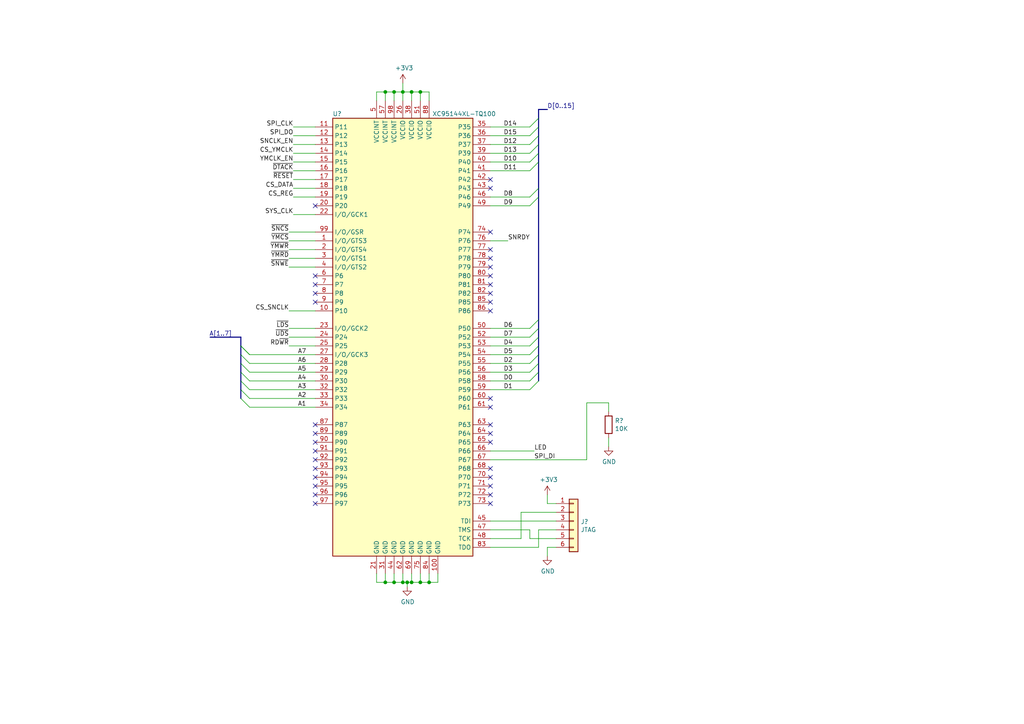
<source format=kicad_sch>
(kicad_sch (version 20230121) (generator eeschema)
  (paper "A4")
  (lib_symbols
    (symbol "CPLD_Xilinx:XC95144XL-TQ100"
      (property "Reference" "U" (at -20.32 64.77 0))
      (property "Value" "XC95144XL-TQ100" (at -20.32 -64.77 0))
      (symbol "XC95144XL-TQ100_1_1"
        (rectangle (start -20.32 63.5) (end 20.32 -63.5) (stroke (width 0.254)) (fill (type background)))
        (pin bidirectional line (at -25.4 27.94 0) (length 5.08) (name "I/O/GTS3") (number "1"))
        (pin bidirectional line (at -25.4 7.62 0) (length 5.08) (name "P10") (number "10"))
        (pin power_in line (at 10.16 -68.58 90) (length 5.08) (name "GND") (number "100"))
        (pin bidirectional line (at -25.4 60.96 0) (length 5.08) (name "P11") (number "11"))
        (pin bidirectional line (at -25.4 58.42 0) (length 5.08) (name "P12") (number "12"))
        (pin bidirectional line (at -25.4 55.88 0) (length 5.08) (name "P13") (number "13"))
        (pin bidirectional line (at -25.4 53.34 0) (length 5.08) (name "P14") (number "14"))
        (pin bidirectional line (at -25.4 50.8 0) (length 5.08) (name "P15") (number "15"))
        (pin bidirectional line (at -25.4 48.26 0) (length 5.08) (name "P16") (number "16"))
        (pin bidirectional line (at -25.4 45.72 0) (length 5.08) (name "P17") (number "17"))
        (pin bidirectional line (at -25.4 43.18 0) (length 5.08) (name "P18") (number "18"))
        (pin bidirectional line (at -25.4 40.64 0) (length 5.08) (name "P19") (number "19"))
        (pin bidirectional line (at -25.4 25.4 0) (length 5.08) (name "I/O/GTS4") (number "2"))
        (pin bidirectional line (at -25.4 38.1 0) (length 5.08) (name "P20") (number "20"))
        (pin power_in line (at -7.62 -68.58 90) (length 5.08) (name "GND") (number "21"))
        (pin bidirectional line (at -25.4 35.56 0) (length 5.08) (name "I/O/GCK1") (number "22"))
        (pin bidirectional line (at -25.4 2.54 0) (length 5.08) (name "I/O/GCK2") (number "23"))
        (pin bidirectional line (at -25.4 0 0) (length 5.08) (name "P24") (number "24"))
        (pin bidirectional line (at -25.4 -2.54 0) (length 5.08) (name "P25") (number "25"))
        (pin power_in line (at 0 68.58 270) (length 5.08) (name "VCCIO") (number "26"))
        (pin bidirectional line (at -25.4 -5.08 0) (length 5.08) (name "I/O/GCK3") (number "27"))
        (pin bidirectional line (at -25.4 -7.62 0) (length 5.08) (name "P28") (number "28"))
        (pin bidirectional line (at -25.4 -10.16 0) (length 5.08) (name "P29") (number "29"))
        (pin bidirectional line (at -25.4 22.86 0) (length 5.08) (name "I/O/GTS1") (number "3"))
        (pin bidirectional line (at -25.4 -12.7 0) (length 5.08) (name "P30") (number "30"))
        (pin power_in line (at -5.08 -68.58 90) (length 5.08) (name "GND") (number "31"))
        (pin bidirectional line (at -25.4 -15.24 0) (length 5.08) (name "P32") (number "32"))
        (pin bidirectional line (at -25.4 -17.78 0) (length 5.08) (name "P33") (number "33"))
        (pin bidirectional line (at -25.4 -20.32 0) (length 5.08) (name "P34") (number "34"))
        (pin bidirectional line (at 25.4 60.96 180) (length 5.08) (name "P35") (number "35"))
        (pin bidirectional line (at 25.4 58.42 180) (length 5.08) (name "P36") (number "36"))
        (pin bidirectional line (at 25.4 55.88 180) (length 5.08) (name "P37") (number "37"))
        (pin power_in line (at 2.54 68.58 270) (length 5.08) (name "VCCIO") (number "38"))
        (pin bidirectional line (at 25.4 53.34 180) (length 5.08) (name "P39") (number "39"))
        (pin bidirectional line (at -25.4 20.32 0) (length 5.08) (name "I/O/GTS2") (number "4"))
        (pin bidirectional line (at 25.4 50.8 180) (length 5.08) (name "P40") (number "40"))
        (pin bidirectional line (at 25.4 48.26 180) (length 5.08) (name "P41") (number "41"))
        (pin bidirectional line (at 25.4 45.72 180) (length 5.08) (name "P42") (number "42"))
        (pin bidirectional line (at 25.4 43.18 180) (length 5.08) (name "P43") (number "43"))
        (pin power_in line (at -2.54 -68.58 90) (length 5.08) (name "GND") (number "44"))
        (pin input line (at 25.4 -53.34 180) (length 5.08) (name "TDI") (number "45"))
        (pin bidirectional line (at 25.4 40.64 180) (length 5.08) (name "P46") (number "46"))
        (pin input line (at 25.4 -55.88 180) (length 5.08) (name "TMS") (number "47"))
        (pin input line (at 25.4 -58.42 180) (length 5.08) (name "TCK") (number "48"))
        (pin bidirectional line (at 25.4 38.1 180) (length 5.08) (name "P49") (number "49"))
        (pin power_in line (at -7.62 68.58 270) (length 5.08) (name "VCCINT") (number "5"))
        (pin bidirectional line (at 25.4 2.54 180) (length 5.08) (name "P50") (number "50"))
        (pin power_in line (at 5.08 68.58 270) (length 5.08) (name "VCCIO") (number "51"))
        (pin bidirectional line (at 25.4 0 180) (length 5.08) (name "P52") (number "52"))
        (pin bidirectional line (at 25.4 -2.54 180) (length 5.08) (name "P53") (number "53"))
        (pin bidirectional line (at 25.4 -5.08 180) (length 5.08) (name "P54") (number "54"))
        (pin bidirectional line (at 25.4 -7.62 180) (length 5.08) (name "P55") (number "55"))
        (pin bidirectional line (at 25.4 -10.16 180) (length 5.08) (name "P56") (number "56"))
        (pin power_in line (at -5.08 68.58 270) (length 5.08) (name "VCCINT") (number "57"))
        (pin bidirectional line (at 25.4 -12.7 180) (length 5.08) (name "P58") (number "58"))
        (pin bidirectional line (at 25.4 -15.24 180) (length 5.08) (name "P59") (number "59"))
        (pin bidirectional line (at -25.4 17.78 0) (length 5.08) (name "P6") (number "6"))
        (pin bidirectional line (at 25.4 -17.78 180) (length 5.08) (name "P60") (number "60"))
        (pin bidirectional line (at 25.4 -20.32 180) (length 5.08) (name "P61") (number "61"))
        (pin power_in line (at 0 -68.58 90) (length 5.08) (name "GND") (number "62"))
        (pin bidirectional line (at 25.4 -25.4 180) (length 5.08) (name "P63") (number "63"))
        (pin bidirectional line (at 25.4 -27.94 180) (length 5.08) (name "P64") (number "64"))
        (pin bidirectional line (at 25.4 -30.48 180) (length 5.08) (name "P65") (number "65"))
        (pin bidirectional line (at 25.4 -33.02 180) (length 5.08) (name "P66") (number "66"))
        (pin bidirectional line (at 25.4 -35.56 180) (length 5.08) (name "P67") (number "67"))
        (pin bidirectional line (at 25.4 -38.1 180) (length 5.08) (name "P68") (number "68"))
        (pin power_in line (at 2.54 -68.58 90) (length 5.08) (name "GND") (number "69"))
        (pin bidirectional line (at -25.4 15.24 0) (length 5.08) (name "P7") (number "7"))
        (pin bidirectional line (at 25.4 -40.64 180) (length 5.08) (name "P70") (number "70"))
        (pin bidirectional line (at 25.4 -43.18 180) (length 5.08) (name "P71") (number "71"))
        (pin bidirectional line (at 25.4 -45.72 180) (length 5.08) (name "P72") (number "72"))
        (pin bidirectional line (at 25.4 -48.26 180) (length 5.08) (name "P73") (number "73"))
        (pin bidirectional line (at 25.4 30.48 180) (length 5.08) (name "P74") (number "74"))
        (pin power_in line (at 5.08 -68.58 90) (length 5.08) (name "GND") (number "75"))
        (pin bidirectional line (at 25.4 27.94 180) (length 5.08) (name "P76") (number "76"))
        (pin bidirectional line (at 25.4 25.4 180) (length 5.08) (name "P77") (number "77"))
        (pin bidirectional line (at 25.4 22.86 180) (length 5.08) (name "P78") (number "78"))
        (pin bidirectional line (at 25.4 20.32 180) (length 5.08) (name "P79") (number "79"))
        (pin bidirectional line (at -25.4 12.7 0) (length 5.08) (name "P8") (number "8"))
        (pin bidirectional line (at 25.4 17.78 180) (length 5.08) (name "P80") (number "80"))
        (pin bidirectional line (at 25.4 15.24 180) (length 5.08) (name "P81") (number "81"))
        (pin bidirectional line (at 25.4 12.7 180) (length 5.08) (name "P82") (number "82"))
        (pin output line (at 25.4 -60.96 180) (length 5.08) (name "TDO") (number "83"))
        (pin power_in line (at 7.62 -68.58 90) (length 5.08) (name "GND") (number "84"))
        (pin bidirectional line (at 25.4 10.16 180) (length 5.08) (name "P85") (number "85"))
        (pin bidirectional line (at 25.4 7.62 180) (length 5.08) (name "P86") (number "86"))
        (pin bidirectional line (at -25.4 -25.4 0) (length 5.08) (name "P87") (number "87"))
        (pin power_in line (at 7.62 68.58 270) (length 5.08) (name "VCCIO") (number "88"))
        (pin bidirectional line (at -25.4 -27.94 0) (length 5.08) (name "P89") (number "89"))
        (pin bidirectional line (at -25.4 10.16 0) (length 5.08) (name "P9") (number "9"))
        (pin bidirectional line (at -25.4 -30.48 0) (length 5.08) (name "P90") (number "90"))
        (pin bidirectional line (at -25.4 -33.02 0) (length 5.08) (name "P91") (number "91"))
        (pin bidirectional line (at -25.4 -35.56 0) (length 5.08) (name "P92") (number "92"))
        (pin bidirectional line (at -25.4 -38.1 0) (length 5.08) (name "P93") (number "93"))
        (pin bidirectional line (at -25.4 -40.64 0) (length 5.08) (name "P94") (number "94"))
        (pin bidirectional line (at -25.4 -43.18 0) (length 5.08) (name "P95") (number "95"))
        (pin bidirectional line (at -25.4 -45.72 0) (length 5.08) (name "P96") (number "96"))
        (pin bidirectional line (at -25.4 -48.26 0) (length 5.08) (name "P97") (number "97"))
        (pin power_in line (at -2.54 68.58 270) (length 5.08) (name "VCCINT") (number "98"))
        (pin bidirectional line (at -25.4 30.48 0) (length 5.08) (name "I/O/GSR") (number "99"))
      )
    )
    (symbol "Connector_Generic:Conn_01x06" (pin_names (offset 1.016) hide)
      (property "Reference" "J" (at 0 7.62 0))
      (property "Value" "Conn_01x06" (at 0 -10.16 0))
      (symbol "Conn_01x06_1_1"
        (rectangle (start -1.27 -7.493) (end 0 -7.747) (stroke (width 0.1524)))
        (rectangle (start -1.27 -4.953) (end 0 -5.207) (stroke (width 0.1524)))
        (rectangle (start -1.27 -2.413) (end 0 -2.667) (stroke (width 0.1524)))
        (rectangle (start -1.27 0.127) (end 0 -0.127) (stroke (width 0.1524)))
        (rectangle (start -1.27 2.667) (end 0 2.413) (stroke (width 0.1524)))
        (rectangle (start -1.27 5.207) (end 0 4.953) (stroke (width 0.1524)))
        (rectangle (start -1.27 6.35) (end 1.27 -8.89) (stroke (width 0.254)) (fill (type background)))
        (pin passive line (at -5.08 5.08 0) (length 3.81) (name "Pin_1") (number "1"))
        (pin passive line (at -5.08 2.54 0) (length 3.81) (name "Pin_2") (number "2"))
        (pin passive line (at -5.08 0 0) (length 3.81) (name "Pin_3") (number "3"))
        (pin passive line (at -5.08 -2.54 0) (length 3.81) (name "Pin_4") (number "4"))
        (pin passive line (at -5.08 -5.08 0) (length 3.81) (name "Pin_5") (number "5"))
        (pin passive line (at -5.08 -7.62 0) (length 3.81) (name "Pin_6") (number "6"))
      )
    )
    (symbol "Device:R" (pin_numbers hide) (pin_names (offset 0))
      (property "Reference" "R" (at 2.032 0 90))
      (property "Value" "R" (at 0 0 90))
      (symbol "R_0_1"
        (rectangle (start -1.016 -2.54) (end 1.016 2.54) (stroke (width 0.254)))
      )
      (symbol "R_1_1"
        (pin passive line (at 0 3.81 270) (length 1.27) (name "~") (number "1"))
        (pin passive line (at 0 -3.81 90) (length 1.27) (name "~") (number "2"))
      )
    )
    (symbol "power:+3V3" (power) (pin_names (offset 0))
      (property "Value" "+3V3" (at 0 3.556 0))
      (symbol "+3V3_0_1"
        (polyline (pts (xy -0.762 1.27) (xy 0 2.54)))
        (polyline (pts (xy 0 0) (xy 0 2.54)))
        (polyline (pts (xy 0 2.54) (xy 0.762 1.27)))
      )
      (symbol "+3V3_1_1"
        (pin power_in line (at 0 0 90) (length 0) hide (name "+3V3") (number "1"))
      )
    )
    (symbol "power:GND" (power) (pin_names (offset 0))
      (property "Value" "GND" (at 0 -3.81 0))
      (symbol "GND_0_1"
        (polyline (pts (xy 0 0) (xy 0 -1.27) (xy 1.27 -1.27) (xy 0 -2.54) (xy -1.27 -1.27) (xy 0 -1.27)))
      )
      (symbol "GND_1_1"
        (pin power_in line (at 0 0 270) (length 0) hide (name "GND") (number "1"))
      )
    )
  )
  (junction (at 116.84 168.91))
  (junction (at 121.92 26.67))
  (junction (at 114.3 26.67))
  (junction (at 111.76 168.91))
  (junction (at 111.76 26.67))
  (junction (at 124.46 168.91))
  (junction (at 116.84 26.67))
  (junction (at 119.38 168.91))
  (junction (at 118.11 168.91))
  (junction (at 121.92 168.91))
  (junction (at 114.3 168.91))
  (junction (at 119.38 26.67))
  (no_connect (at 91.44 87.63))
  (no_connect (at 142.24 67.31))
  (no_connect (at 142.24 80.01))
  (no_connect (at 91.44 146.05))
  (no_connect (at 91.44 138.43))
  (no_connect (at 91.44 125.73))
  (no_connect (at 91.44 143.51))
  (no_connect (at 91.44 82.55))
  (no_connect (at 91.44 123.19))
  (no_connect (at 142.24 143.51))
  (no_connect (at 142.24 72.39))
  (no_connect (at 142.24 87.63))
  (no_connect (at 142.24 115.57))
  (no_connect (at 142.24 82.55))
  (no_connect (at 91.44 130.81))
  (no_connect (at 142.24 90.17))
  (no_connect (at 142.24 125.73))
  (no_connect (at 142.24 135.89))
  (no_connect (at 142.24 128.27))
  (no_connect (at 142.24 118.11))
  (no_connect (at 91.44 135.89))
  (no_connect (at 142.24 138.43))
  (no_connect (at 142.24 123.19))
  (no_connect (at 91.44 128.27))
  (no_connect (at 91.44 80.01))
  (no_connect (at 142.24 77.47))
  (no_connect (at 91.44 133.35))
  (no_connect (at 142.24 74.93))
  (no_connect (at 91.44 59.69))
  (no_connect (at 142.24 85.09))
  (no_connect (at 91.44 140.97))
  (no_connect (at 142.24 140.97))
  (no_connect (at 142.24 146.05))
  (no_connect (at 91.44 85.09))
  (no_connect (at 142.24 54.61))
  (no_connect (at 142.24 52.07))
  (bus_entry (at 69.85 102.87) (size 2.54 2.54))
  (bus_entry (at 156.21 107.95) (size -2.54 2.54))
  (bus_entry (at 156.21 57.15) (size -2.54 2.54))
  (bus_entry (at 156.21 44.45) (size -2.54 2.54))
  (bus_entry (at 156.21 39.37) (size -2.54 2.54))
  (bus_entry (at 156.21 46.99) (size -2.54 2.54))
  (bus_entry (at 156.21 100.33) (size -2.54 2.54))
  (bus_entry (at 156.21 105.41) (size -2.54 2.54))
  (bus_entry (at 156.21 92.71) (size -2.54 2.54))
  (bus_entry (at 69.85 100.33) (size 2.54 2.54))
  (bus_entry (at 156.21 34.29) (size -2.54 2.54))
  (bus_entry (at 69.85 115.57) (size 2.54 2.54))
  (bus_entry (at 156.21 102.87) (size -2.54 2.54))
  (bus_entry (at 156.21 54.61) (size -2.54 2.54))
  (bus_entry (at 69.85 107.95) (size 2.54 2.54))
  (bus_entry (at 69.85 113.03) (size 2.54 2.54))
  (bus_entry (at 156.21 97.79) (size -2.54 2.54))
  (bus_entry (at 69.85 100.33) (size 2.54 2.54))
  (bus_entry (at 69.85 110.49) (size 2.54 2.54))
  (bus_entry (at 156.21 95.25) (size -2.54 2.54))
  (bus_entry (at 156.21 41.91) (size -2.54 2.54))
  (bus_entry (at 69.85 105.41) (size 2.54 2.54))
  (bus_entry (at 156.21 110.49) (size -2.54 2.54))
  (bus_entry (at 156.21 36.83) (size -2.54 2.54))
  (wire (pts (xy 142.24 46.99) (xy 153.67 46.99)))
  (wire (pts (xy 91.44 95.25) (xy 83.82 95.25)))
  (wire (pts (xy 142.24 49.53) (xy 153.67 49.53)))
  (wire (pts (xy 124.46 166.37) (xy 124.46 168.91)))
  (wire (pts (xy 151.13 156.21) (xy 142.24 156.21)))
  (wire (pts (xy 114.3 26.67) (xy 111.76 26.67)))
  (wire (pts (xy 116.84 166.37) (xy 116.84 168.91)))
  (wire (pts (xy 158.75 146.05) (xy 161.29 146.05)))
  (wire (pts (xy 142.24 95.25) (xy 153.67 95.25)))
  (wire (pts (xy 109.22 166.37) (xy 109.22 168.91)))
  (bus (pts (xy 69.85 102.87) (xy 69.85 105.41)))
  (wire (pts (xy 109.22 26.67) (xy 109.22 29.21)))
  (wire (pts (xy 91.44 100.33) (xy 83.82 100.33)))
  (wire (pts (xy 176.53 119.38) (xy 176.53 116.84)))
  (wire (pts (xy 121.92 26.67) (xy 119.38 26.67)))
  (bus (pts (xy 156.21 105.41) (xy 156.21 107.95)))
  (wire (pts (xy 142.24 57.15) (xy 153.67 57.15)))
  (bus (pts (xy 156.21 100.33) (xy 156.21 102.87)))
  (wire (pts (xy 72.39 105.41) (xy 91.44 105.41)))
  (wire (pts (xy 170.18 116.84) (xy 176.53 116.84)))
  (wire (pts (xy 119.38 29.21) (xy 119.38 26.67)))
  (bus (pts (xy 156.21 95.25) (xy 156.21 97.79)))
  (wire (pts (xy 111.76 26.67) (xy 109.22 26.67)))
  (wire (pts (xy 114.3 168.91) (xy 116.84 168.91)))
  (wire (pts (xy 72.39 115.57) (xy 91.44 115.57)))
  (wire (pts (xy 142.24 153.67) (xy 153.67 153.67)))
  (wire (pts (xy 72.39 107.95) (xy 91.44 107.95)))
  (wire (pts (xy 176.53 129.54) (xy 176.53 127)))
  (wire (pts (xy 116.84 168.91) (xy 118.11 168.91)))
  (wire (pts (xy 142.24 110.49) (xy 153.67 110.49)))
  (wire (pts (xy 119.38 166.37) (xy 119.38 168.91)))
  (bus (pts (xy 156.21 36.83) (xy 156.21 39.37)))
  (bus (pts (xy 69.85 110.49) (xy 69.85 113.03)))
  (bus (pts (xy 158.75 31.75) (xy 156.21 31.75)))
  (bus (pts (xy 156.21 46.99) (xy 156.21 54.61)))
  (wire (pts (xy 156.21 158.75) (xy 156.21 153.67)))
  (wire (pts (xy 85.09 49.53) (xy 91.44 49.53)))
  (wire (pts (xy 91.44 62.23) (xy 85.09 62.23)))
  (wire (pts (xy 91.44 90.17) (xy 83.82 90.17)))
  (wire (pts (xy 121.92 29.21) (xy 121.92 26.67)))
  (wire (pts (xy 119.38 168.91) (xy 121.92 168.91)))
  (wire (pts (xy 170.18 133.35) (xy 170.18 116.84)))
  (wire (pts (xy 127 168.91) (xy 127 166.37)))
  (wire (pts (xy 142.24 39.37) (xy 153.67 39.37)))
  (wire (pts (xy 142.24 130.81) (xy 154.94 130.81)))
  (wire (pts (xy 142.24 97.79) (xy 153.67 97.79)))
  (bus (pts (xy 156.21 41.91) (xy 156.21 44.45)))
  (wire (pts (xy 91.44 36.83) (xy 85.09 36.83)))
  (bus (pts (xy 156.21 102.87) (xy 156.21 105.41)))
  (wire (pts (xy 111.76 168.91) (xy 114.3 168.91)))
  (bus (pts (xy 156.21 34.29) (xy 156.21 36.83)))
  (wire (pts (xy 91.44 67.31) (xy 83.82 67.31)))
  (wire (pts (xy 91.44 44.45) (xy 85.09 44.45)))
  (wire (pts (xy 111.76 29.21) (xy 111.76 26.67)))
  (wire (pts (xy 158.75 161.29) (xy 158.75 158.75)))
  (wire (pts (xy 85.09 52.07) (xy 91.44 52.07)))
  (bus (pts (xy 156.21 31.75) (xy 156.21 34.29)))
  (wire (pts (xy 91.44 77.47) (xy 83.82 77.47)))
  (bus (pts (xy 69.85 97.79) (xy 60.96 97.79)))
  (wire (pts (xy 153.67 153.67) (xy 153.67 156.21)))
  (wire (pts (xy 111.76 166.37) (xy 111.76 168.91)))
  (wire (pts (xy 142.24 105.41) (xy 153.67 105.41)))
  (bus (pts (xy 69.85 113.03) (xy 69.85 115.57)))
  (wire (pts (xy 85.09 46.99) (xy 91.44 46.99)))
  (wire (pts (xy 142.24 158.75) (xy 156.21 158.75)))
  (wire (pts (xy 142.24 133.35) (xy 170.18 133.35)))
  (wire (pts (xy 72.39 110.49) (xy 91.44 110.49)))
  (wire (pts (xy 116.84 24.13) (xy 116.84 26.67)))
  (wire (pts (xy 142.24 44.45) (xy 153.67 44.45)))
  (bus (pts (xy 156.21 57.15) (xy 156.21 92.71)))
  (wire (pts (xy 151.13 148.59) (xy 151.13 156.21)))
  (wire (pts (xy 142.24 113.03) (xy 153.67 113.03)))
  (wire (pts (xy 124.46 29.21) (xy 124.46 26.67)))
  (wire (pts (xy 142.24 41.91) (xy 153.67 41.91)))
  (wire (pts (xy 83.82 97.79) (xy 91.44 97.79)))
  (wire (pts (xy 91.44 72.39) (xy 83.82 72.39)))
  (bus (pts (xy 156.21 39.37) (xy 156.21 41.91)))
  (wire (pts (xy 91.44 54.61) (xy 85.09 54.61)))
  (wire (pts (xy 121.92 168.91) (xy 124.46 168.91)))
  (wire (pts (xy 158.75 158.75) (xy 161.29 158.75)))
  (bus (pts (xy 156.21 92.71) (xy 156.21 95.25)))
  (wire (pts (xy 116.84 29.21) (xy 116.84 26.67)))
  (bus (pts (xy 69.85 107.95) (xy 69.85 110.49)))
  (bus (pts (xy 69.85 100.33) (xy 69.85 102.87)))
  (wire (pts (xy 119.38 26.67) (xy 116.84 26.67)))
  (wire (pts (xy 109.22 168.91) (xy 111.76 168.91)))
  (wire (pts (xy 156.21 153.67) (xy 161.29 153.67)))
  (wire (pts (xy 72.39 118.11) (xy 91.44 118.11)))
  (bus (pts (xy 156.21 107.95) (xy 156.21 110.49)))
  (wire (pts (xy 153.67 156.21) (xy 161.29 156.21)))
  (wire (pts (xy 142.24 107.95) (xy 153.67 107.95)))
  (wire (pts (xy 142.24 59.69) (xy 153.67 59.69)))
  (bus (pts (xy 69.85 97.79) (xy 69.85 100.33)))
  (bus (pts (xy 156.21 54.61) (xy 156.21 57.15)))
  (bus (pts (xy 156.21 44.45) (xy 156.21 46.99)))
  (wire (pts (xy 158.75 143.51) (xy 158.75 146.05)))
  (wire (pts (xy 124.46 168.91) (xy 127 168.91)))
  (wire (pts (xy 72.39 113.03) (xy 91.44 113.03)))
  (wire (pts (xy 85.09 39.37) (xy 91.44 39.37)))
  (wire (pts (xy 124.46 26.67) (xy 121.92 26.67)))
  (bus (pts (xy 69.85 105.41) (xy 69.85 107.95)))
  (wire (pts (xy 142.24 151.13) (xy 161.29 151.13)))
  (wire (pts (xy 114.3 29.21) (xy 114.3 26.67)))
  (wire (pts (xy 116.84 26.67) (xy 114.3 26.67)))
  (wire (pts (xy 72.39 102.87) (xy 91.44 102.87)))
  (bus (pts (xy 156.21 97.79) (xy 156.21 100.33)))
  (wire (pts (xy 142.24 36.83) (xy 153.67 36.83)))
  (wire (pts (xy 85.09 57.15) (xy 91.44 57.15)))
  (wire (pts (xy 114.3 166.37) (xy 114.3 168.91)))
  (wire (pts (xy 142.24 100.33) (xy 153.67 100.33)))
  (wire (pts (xy 151.13 148.59) (xy 161.29 148.59)))
  (wire (pts (xy 121.92 166.37) (xy 121.92 168.91)))
  (wire (pts (xy 118.11 168.91) (xy 119.38 168.91)))
  (wire (pts (xy 91.44 69.85) (xy 83.82 69.85)))
  (wire (pts (xy 91.44 41.91) (xy 85.09 41.91)))
  (wire (pts (xy 118.11 170.18) (xy 118.11 168.91)))
  (wire (pts (xy 91.44 74.93) (xy 83.82 74.93)))
  (wire (pts (xy 147.32 69.85) (xy 142.24 69.85)))
  (wire (pts (xy 142.24 102.87) (xy 153.67 102.87)))
  (label "D2" (at 146.05 105.41 0))
  (label "D6" (at 146.05 95.25 0))
  (label "SNRDY" (at 147.32 69.85 0))
  (label "~{RESET}" (at 85.09 52.07 180))
  (label "SNCLK_EN" (at 85.09 41.91 180))
  (label "D5" (at 146.05 102.87 0))
  (label "A4" (at 86.36 110.49 0))
  (label "D15" (at 146.05 39.37 0))
  (label "A7" (at 86.36 102.87 0))
  (label "~{YMRD}" (at 83.82 74.93 180))
  (label "~{DTACK}" (at 85.09 49.53 180))
  (label "SPI_DI" (at 154.94 133.35 0))
  (label "D4" (at 146.05 100.33 0))
  (label "YMCLK_EN" (at 85.09 46.99 180))
  (label "~{LDS}" (at 83.82 95.25 180))
  (label "D9" (at 146.05 59.69 0))
  (label "D10" (at 146.05 46.99 0))
  (label "~{SNWE}" (at 83.82 77.47 180))
  (label "~{YMWR}" (at 83.82 72.39 180))
  (label "A2" (at 86.36 115.57 0))
  (label "D12" (at 146.05 41.91 0))
  (label "D11" (at 146.05 49.53 0))
  (label "D0" (at 146.05 110.49 0))
  (label "~{YMCS}" (at 83.82 69.85 180))
  (label "A1" (at 86.36 118.11 0))
  (label "LED" (at 154.94 130.81 0))
  (label "D3" (at 146.05 107.95 0))
  (label "D[0..15]" (at 158.75 31.75 0))
  (label "RD~{WR}" (at 83.82 100.33 180))
  (label "D8" (at 146.05 57.15 0))
  (label "A6" (at 86.36 105.41 0))
  (label "~{SNCS}" (at 83.82 67.31 180))
  (label "D13" (at 146.05 44.45 0))
  (label "~{UDS}" (at 83.82 97.79 180))
  (label "CS_REG" (at 85.09 57.15 180))
  (label "CS_SNCLK" (at 83.82 90.17 180))
  (label "CS_YMCLK" (at 85.09 44.45 180))
  (label "D1" (at 146.05 113.03 0))
  (label "D14" (at 146.05 36.83 0))
  (label "D7" (at 146.05 97.79 0))
  (label "SPI_DO" (at 85.09 39.37 180))
  (label "CS_DATA" (at 85.09 54.61 180))
  (label "A[1..7]" (at 67.31 97.79 180))
  (label "SPI_CLK" (at 85.09 36.83 180))
  (label "SYS_CLK" (at 85.09 62.23 180))
  (label "A5" (at 86.36 107.95 0))
  (label "A3" (at 86.36 113.03 0))
  (symbol (lib_id "power:+3V3") (at 116.84 24.13 0) (unit 1)
    (property "Reference" "#PWR?" (effects hide))
    (property "Value" "+3V3" (at 117.221 19.7358 0))
  )
  (symbol (lib_id "power:GND") (at 158.75 161.29 0) (unit 1)
    (property "Reference" "#PWR?" (effects hide))
    (property "Value" "GND" (at 158.877 165.6842 0))
  )
  (symbol (lib_id "Connector_Generic:Conn_01x06") (at 166.37 151.13 0) (unit 1)
    (property "Reference" "J?" (at 168.402 151.3332 0) (effects (justify left)))
    (property "Value" "JTAG" (at 168.402 153.6446 0) (effects (justify left)))
    (property "Footprint" "Connector_PinHeader_2.54mm:PinHeader_1x06_P2.54mm_Vertical" (effects hide))
  )
  (symbol (lib_id "CPLD_Xilinx:XC95144XL-TQ100") (at 116.84 97.79 0) (unit 1)
    (property "Reference" "U?" (at 97.79 33.02 0))
    (property "Value" "XC95144XL-TQ100" (at 134.62 33.02 0))
    (property "Footprint" "Package_QFP:TQFP-100_14x14mm_P0.5mm" (effects hide))
    (property "Datasheet" "https://www.xilinx.com/support/documentation/data_sheets/ds056.pdf" (effects hide))
  )
  (symbol (lib_id "Device:R") (at 176.53 123.19 0) (unit 1)
    (property "Reference" "R?" (at 178.308 122.0216 0) (effects (justify left)))
    (property "Value" "10K" (at 178.308 124.333 0) (effects (justify left)))
    (property "Footprint" "Resistor_THT:R_Axial_DIN0207_L6.3mm_D2.5mm_P10.16mm_Horizontal" (effects hide))
  )
  (symbol (lib_id "power:GND") (at 118.11 170.18 0) (unit 1)
    (property "Reference" "#PWR?" (effects hide))
    (property "Value" "GND" (at 118.237 174.5742 0))
  )
  (symbol (lib_id "power:GND") (at 176.53 129.54 0) (unit 1)
    (property "Reference" "#PWR?" (effects hide))
    (property "Value" "GND" (at 176.657 133.9342 0))
  )
  (symbol (lib_id "power:+3V3") (at 158.75 143.51 0) (unit 1)
    (property "Reference" "#PWR?" (effects hide))
    (property "Value" "+3V3" (at 159.131 139.1158 0))
  )
)
</source>
